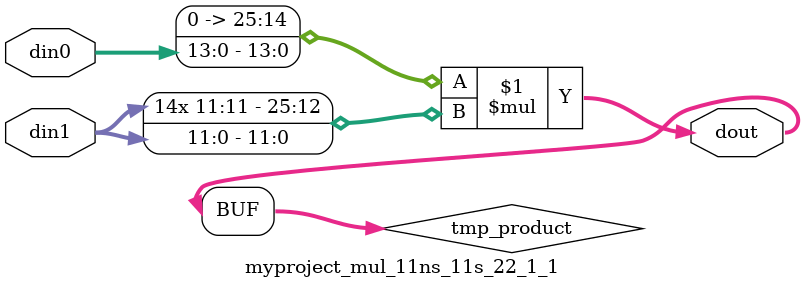
<source format=v>

`timescale 1 ns / 1 ps

 module myproject_mul_11ns_11s_22_1_1(din0, din1, dout);
parameter ID = 1;
parameter NUM_STAGE = 0;
parameter din0_WIDTH = 14;
parameter din1_WIDTH = 12;
parameter dout_WIDTH = 26;

input [din0_WIDTH - 1 : 0] din0; 
input [din1_WIDTH - 1 : 0] din1; 
output [dout_WIDTH - 1 : 0] dout;

wire signed [dout_WIDTH - 1 : 0] tmp_product;

























assign tmp_product = $signed({1'b0, din0}) * $signed(din1);










assign dout = tmp_product;





















endmodule

</source>
